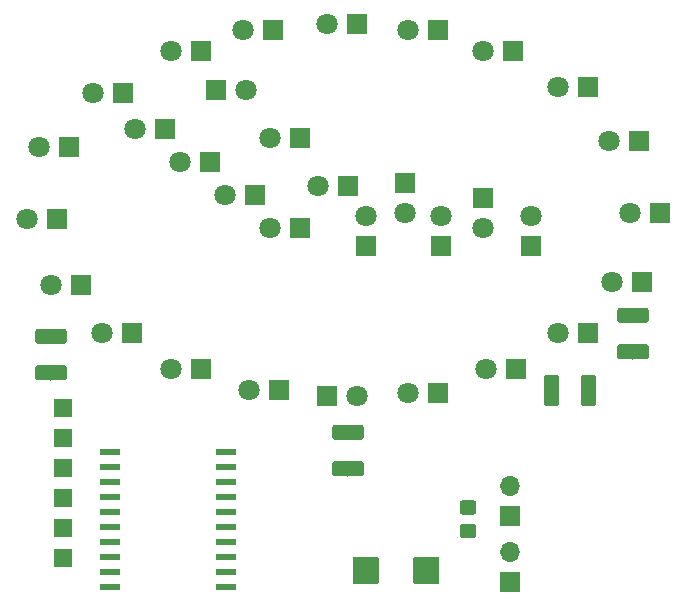
<source format=gts>
%TF.GenerationSoftware,KiCad,Pcbnew,(5.1.4)-1*%
%TF.CreationDate,2021-08-29T10:14:45+03:00*%
%TF.ProjectId,optiem,6f707469-656d-42e6-9b69-6361645f7063,rev?*%
%TF.SameCoordinates,Original*%
%TF.FileFunction,Soldermask,Top*%
%TF.FilePolarity,Negative*%
%FSLAX46Y46*%
G04 Gerber Fmt 4.6, Leading zero omitted, Abs format (unit mm)*
G04 Created by KiCad (PCBNEW (5.1.4)-1) date 2021-08-29 10:14:45*
%MOMM*%
%LPD*%
G04 APERTURE LIST*
%ADD10R,1.524000X1.524000*%
%ADD11C,0.150000*%
%ADD12C,2.250000*%
%ADD13C,1.800000*%
%ADD14R,1.800000X1.800000*%
%ADD15R,1.750000X0.600000*%
%ADD16O,1.700000X1.700000*%
%ADD17R,1.700000X1.700000*%
%ADD18C,1.200000*%
%ADD19C,1.300000*%
G04 APERTURE END LIST*
D10*
%TO.C,P1*%
X117348000Y-119126000D03*
X117348000Y-116586000D03*
X117348000Y-114046000D03*
X117348000Y-111506000D03*
X117348000Y-108966000D03*
X117348000Y-106426000D03*
%TD*%
D11*
%TO.C,C1*%
G36*
X148991505Y-118968204D02*
G01*
X149015773Y-118971804D01*
X149039572Y-118977765D01*
X149062671Y-118986030D01*
X149084850Y-118996520D01*
X149105893Y-119009132D01*
X149125599Y-119023747D01*
X149143777Y-119040223D01*
X149160253Y-119058401D01*
X149174868Y-119078107D01*
X149187480Y-119099150D01*
X149197970Y-119121329D01*
X149206235Y-119144428D01*
X149212196Y-119168227D01*
X149215796Y-119192495D01*
X149217000Y-119216999D01*
X149217000Y-121067001D01*
X149215796Y-121091505D01*
X149212196Y-121115773D01*
X149206235Y-121139572D01*
X149197970Y-121162671D01*
X149187480Y-121184850D01*
X149174868Y-121205893D01*
X149160253Y-121225599D01*
X149143777Y-121243777D01*
X149125599Y-121260253D01*
X149105893Y-121274868D01*
X149084850Y-121287480D01*
X149062671Y-121297970D01*
X149039572Y-121306235D01*
X149015773Y-121312196D01*
X148991505Y-121315796D01*
X148967001Y-121317000D01*
X147216999Y-121317000D01*
X147192495Y-121315796D01*
X147168227Y-121312196D01*
X147144428Y-121306235D01*
X147121329Y-121297970D01*
X147099150Y-121287480D01*
X147078107Y-121274868D01*
X147058401Y-121260253D01*
X147040223Y-121243777D01*
X147023747Y-121225599D01*
X147009132Y-121205893D01*
X146996520Y-121184850D01*
X146986030Y-121162671D01*
X146977765Y-121139572D01*
X146971804Y-121115773D01*
X146968204Y-121091505D01*
X146967000Y-121067001D01*
X146967000Y-119216999D01*
X146968204Y-119192495D01*
X146971804Y-119168227D01*
X146977765Y-119144428D01*
X146986030Y-119121329D01*
X146996520Y-119099150D01*
X147009132Y-119078107D01*
X147023747Y-119058401D01*
X147040223Y-119040223D01*
X147058401Y-119023747D01*
X147078107Y-119009132D01*
X147099150Y-118996520D01*
X147121329Y-118986030D01*
X147144428Y-118977765D01*
X147168227Y-118971804D01*
X147192495Y-118968204D01*
X147216999Y-118967000D01*
X148967001Y-118967000D01*
X148991505Y-118968204D01*
X148991505Y-118968204D01*
G37*
D12*
X148092000Y-120142000D03*
D11*
G36*
X143891505Y-118968204D02*
G01*
X143915773Y-118971804D01*
X143939572Y-118977765D01*
X143962671Y-118986030D01*
X143984850Y-118996520D01*
X144005893Y-119009132D01*
X144025599Y-119023747D01*
X144043777Y-119040223D01*
X144060253Y-119058401D01*
X144074868Y-119078107D01*
X144087480Y-119099150D01*
X144097970Y-119121329D01*
X144106235Y-119144428D01*
X144112196Y-119168227D01*
X144115796Y-119192495D01*
X144117000Y-119216999D01*
X144117000Y-121067001D01*
X144115796Y-121091505D01*
X144112196Y-121115773D01*
X144106235Y-121139572D01*
X144097970Y-121162671D01*
X144087480Y-121184850D01*
X144074868Y-121205893D01*
X144060253Y-121225599D01*
X144043777Y-121243777D01*
X144025599Y-121260253D01*
X144005893Y-121274868D01*
X143984850Y-121287480D01*
X143962671Y-121297970D01*
X143939572Y-121306235D01*
X143915773Y-121312196D01*
X143891505Y-121315796D01*
X143867001Y-121317000D01*
X142116999Y-121317000D01*
X142092495Y-121315796D01*
X142068227Y-121312196D01*
X142044428Y-121306235D01*
X142021329Y-121297970D01*
X141999150Y-121287480D01*
X141978107Y-121274868D01*
X141958401Y-121260253D01*
X141940223Y-121243777D01*
X141923747Y-121225599D01*
X141909132Y-121205893D01*
X141896520Y-121184850D01*
X141886030Y-121162671D01*
X141877765Y-121139572D01*
X141871804Y-121115773D01*
X141868204Y-121091505D01*
X141867000Y-121067001D01*
X141867000Y-119216999D01*
X141868204Y-119192495D01*
X141871804Y-119168227D01*
X141877765Y-119144428D01*
X141886030Y-119121329D01*
X141896520Y-119099150D01*
X141909132Y-119078107D01*
X141923747Y-119058401D01*
X141940223Y-119040223D01*
X141958401Y-119023747D01*
X141978107Y-119009132D01*
X141999150Y-118996520D01*
X142021329Y-118986030D01*
X142044428Y-118977765D01*
X142068227Y-118971804D01*
X142092495Y-118968204D01*
X142116999Y-118967000D01*
X143867001Y-118967000D01*
X143891505Y-118968204D01*
X143891505Y-118968204D01*
G37*
D12*
X142992000Y-120142000D03*
%TD*%
D13*
%TO.C,D17*%
X116332000Y-96012000D03*
D14*
X118872000Y-96012000D03*
%TD*%
D15*
%TO.C,IC1*%
X131113000Y-110109000D03*
X131113000Y-111379000D03*
X131113000Y-112649000D03*
X131113000Y-113919000D03*
X131113000Y-115189000D03*
X131113000Y-116459000D03*
X131113000Y-117729000D03*
X131113000Y-118999000D03*
X131113000Y-120269000D03*
X131113000Y-121539000D03*
X121363000Y-121539000D03*
X121363000Y-120269000D03*
X121363000Y-118999000D03*
X121363000Y-117729000D03*
X121363000Y-110109000D03*
X121363000Y-111379000D03*
X121363000Y-112649000D03*
X121363000Y-113919000D03*
X121363000Y-115189000D03*
X121363000Y-116459000D03*
%TD*%
D16*
%TO.C,P3*%
X155194000Y-118618000D03*
D17*
X155194000Y-121158000D03*
%TD*%
D14*
%TO.C,D29*%
X146304000Y-87376000D03*
D13*
X146304000Y-89916000D03*
%TD*%
D14*
%TO.C,D9*%
X166370000Y-95758000D03*
D13*
X163830000Y-95758000D03*
%TD*%
%TO.C,D11*%
X153162000Y-103124000D03*
D14*
X155702000Y-103124000D03*
%TD*%
%TO.C,D12*%
X149098000Y-105156000D03*
D13*
X146558000Y-105156000D03*
%TD*%
%TO.C,D13*%
X142240000Y-105410000D03*
D14*
X139700000Y-105410000D03*
%TD*%
D13*
%TO.C,D16*%
X120650000Y-100076000D03*
D14*
X123190000Y-100076000D03*
%TD*%
%TO.C,D7*%
X166116000Y-83820000D03*
D13*
X163576000Y-83820000D03*
%TD*%
%TO.C,D6*%
X159258000Y-79248000D03*
D14*
X161798000Y-79248000D03*
%TD*%
D13*
%TO.C,D1*%
X126492000Y-76200000D03*
D14*
X129032000Y-76200000D03*
%TD*%
%TO.C,D3*%
X142240000Y-73914000D03*
D13*
X139700000Y-73914000D03*
%TD*%
%TO.C,D4*%
X146558000Y-74422000D03*
D14*
X149098000Y-74422000D03*
%TD*%
%TO.C,D2*%
X135128000Y-74422000D03*
D13*
X132588000Y-74422000D03*
%TD*%
D14*
%TO.C,D5*%
X155448000Y-76200000D03*
D13*
X152908000Y-76200000D03*
%TD*%
D14*
%TO.C,D14*%
X135636000Y-104902000D03*
D13*
X133096000Y-104902000D03*
%TD*%
D17*
%TO.C,P2*%
X155194000Y-115570000D03*
D16*
X155194000Y-113030000D03*
%TD*%
D11*
%TO.C,F1*%
G36*
X152112505Y-116209204D02*
G01*
X152136773Y-116212804D01*
X152160572Y-116218765D01*
X152183671Y-116227030D01*
X152205850Y-116237520D01*
X152226893Y-116250132D01*
X152246599Y-116264747D01*
X152264777Y-116281223D01*
X152281253Y-116299401D01*
X152295868Y-116319107D01*
X152308480Y-116340150D01*
X152318970Y-116362329D01*
X152327235Y-116385428D01*
X152333196Y-116409227D01*
X152336796Y-116433495D01*
X152338000Y-116457999D01*
X152338000Y-117158001D01*
X152336796Y-117182505D01*
X152333196Y-117206773D01*
X152327235Y-117230572D01*
X152318970Y-117253671D01*
X152308480Y-117275850D01*
X152295868Y-117296893D01*
X152281253Y-117316599D01*
X152264777Y-117334777D01*
X152246599Y-117351253D01*
X152226893Y-117365868D01*
X152205850Y-117378480D01*
X152183671Y-117388970D01*
X152160572Y-117397235D01*
X152136773Y-117403196D01*
X152112505Y-117406796D01*
X152088001Y-117408000D01*
X151187999Y-117408000D01*
X151163495Y-117406796D01*
X151139227Y-117403196D01*
X151115428Y-117397235D01*
X151092329Y-117388970D01*
X151070150Y-117378480D01*
X151049107Y-117365868D01*
X151029401Y-117351253D01*
X151011223Y-117334777D01*
X150994747Y-117316599D01*
X150980132Y-117296893D01*
X150967520Y-117275850D01*
X150957030Y-117253671D01*
X150948765Y-117230572D01*
X150942804Y-117206773D01*
X150939204Y-117182505D01*
X150938000Y-117158001D01*
X150938000Y-116457999D01*
X150939204Y-116433495D01*
X150942804Y-116409227D01*
X150948765Y-116385428D01*
X150957030Y-116362329D01*
X150967520Y-116340150D01*
X150980132Y-116319107D01*
X150994747Y-116299401D01*
X151011223Y-116281223D01*
X151029401Y-116264747D01*
X151049107Y-116250132D01*
X151070150Y-116237520D01*
X151092329Y-116227030D01*
X151115428Y-116218765D01*
X151139227Y-116212804D01*
X151163495Y-116209204D01*
X151187999Y-116208000D01*
X152088001Y-116208000D01*
X152112505Y-116209204D01*
X152112505Y-116209204D01*
G37*
D18*
X151638000Y-116808000D03*
D11*
G36*
X152112505Y-114209204D02*
G01*
X152136773Y-114212804D01*
X152160572Y-114218765D01*
X152183671Y-114227030D01*
X152205850Y-114237520D01*
X152226893Y-114250132D01*
X152246599Y-114264747D01*
X152264777Y-114281223D01*
X152281253Y-114299401D01*
X152295868Y-114319107D01*
X152308480Y-114340150D01*
X152318970Y-114362329D01*
X152327235Y-114385428D01*
X152333196Y-114409227D01*
X152336796Y-114433495D01*
X152338000Y-114457999D01*
X152338000Y-115158001D01*
X152336796Y-115182505D01*
X152333196Y-115206773D01*
X152327235Y-115230572D01*
X152318970Y-115253671D01*
X152308480Y-115275850D01*
X152295868Y-115296893D01*
X152281253Y-115316599D01*
X152264777Y-115334777D01*
X152246599Y-115351253D01*
X152226893Y-115365868D01*
X152205850Y-115378480D01*
X152183671Y-115388970D01*
X152160572Y-115397235D01*
X152136773Y-115403196D01*
X152112505Y-115406796D01*
X152088001Y-115408000D01*
X151187999Y-115408000D01*
X151163495Y-115406796D01*
X151139227Y-115403196D01*
X151115428Y-115397235D01*
X151092329Y-115388970D01*
X151070150Y-115378480D01*
X151049107Y-115365868D01*
X151029401Y-115351253D01*
X151011223Y-115334777D01*
X150994747Y-115316599D01*
X150980132Y-115296893D01*
X150967520Y-115275850D01*
X150957030Y-115253671D01*
X150948765Y-115230572D01*
X150942804Y-115206773D01*
X150939204Y-115182505D01*
X150938000Y-115158001D01*
X150938000Y-114457999D01*
X150939204Y-114433495D01*
X150942804Y-114409227D01*
X150948765Y-114385428D01*
X150957030Y-114362329D01*
X150967520Y-114340150D01*
X150980132Y-114319107D01*
X150994747Y-114299401D01*
X151011223Y-114281223D01*
X151029401Y-114264747D01*
X151049107Y-114250132D01*
X151070150Y-114237520D01*
X151092329Y-114227030D01*
X151115428Y-114218765D01*
X151139227Y-114212804D01*
X151163495Y-114209204D01*
X151187999Y-114208000D01*
X152088001Y-114208000D01*
X152112505Y-114209204D01*
X152112505Y-114209204D01*
G37*
D18*
X151638000Y-114808000D03*
%TD*%
D11*
%TO.C,R1*%
G36*
X159148504Y-103578204D02*
G01*
X159172773Y-103581804D01*
X159196571Y-103587765D01*
X159219671Y-103596030D01*
X159241849Y-103606520D01*
X159262893Y-103619133D01*
X159282598Y-103633747D01*
X159300777Y-103650223D01*
X159317253Y-103668402D01*
X159331867Y-103688107D01*
X159344480Y-103709151D01*
X159354970Y-103731329D01*
X159363235Y-103754429D01*
X159369196Y-103778227D01*
X159372796Y-103802496D01*
X159374000Y-103827000D01*
X159374000Y-105977000D01*
X159372796Y-106001504D01*
X159369196Y-106025773D01*
X159363235Y-106049571D01*
X159354970Y-106072671D01*
X159344480Y-106094849D01*
X159331867Y-106115893D01*
X159317253Y-106135598D01*
X159300777Y-106153777D01*
X159282598Y-106170253D01*
X159262893Y-106184867D01*
X159241849Y-106197480D01*
X159219671Y-106207970D01*
X159196571Y-106216235D01*
X159172773Y-106222196D01*
X159148504Y-106225796D01*
X159124000Y-106227000D01*
X158324000Y-106227000D01*
X158299496Y-106225796D01*
X158275227Y-106222196D01*
X158251429Y-106216235D01*
X158228329Y-106207970D01*
X158206151Y-106197480D01*
X158185107Y-106184867D01*
X158165402Y-106170253D01*
X158147223Y-106153777D01*
X158130747Y-106135598D01*
X158116133Y-106115893D01*
X158103520Y-106094849D01*
X158093030Y-106072671D01*
X158084765Y-106049571D01*
X158078804Y-106025773D01*
X158075204Y-106001504D01*
X158074000Y-105977000D01*
X158074000Y-103827000D01*
X158075204Y-103802496D01*
X158078804Y-103778227D01*
X158084765Y-103754429D01*
X158093030Y-103731329D01*
X158103520Y-103709151D01*
X158116133Y-103688107D01*
X158130747Y-103668402D01*
X158147223Y-103650223D01*
X158165402Y-103633747D01*
X158185107Y-103619133D01*
X158206151Y-103606520D01*
X158228329Y-103596030D01*
X158251429Y-103587765D01*
X158275227Y-103581804D01*
X158299496Y-103578204D01*
X158324000Y-103577000D01*
X159124000Y-103577000D01*
X159148504Y-103578204D01*
X159148504Y-103578204D01*
G37*
D19*
X158724000Y-104902000D03*
D11*
G36*
X162248504Y-103578204D02*
G01*
X162272773Y-103581804D01*
X162296571Y-103587765D01*
X162319671Y-103596030D01*
X162341849Y-103606520D01*
X162362893Y-103619133D01*
X162382598Y-103633747D01*
X162400777Y-103650223D01*
X162417253Y-103668402D01*
X162431867Y-103688107D01*
X162444480Y-103709151D01*
X162454970Y-103731329D01*
X162463235Y-103754429D01*
X162469196Y-103778227D01*
X162472796Y-103802496D01*
X162474000Y-103827000D01*
X162474000Y-105977000D01*
X162472796Y-106001504D01*
X162469196Y-106025773D01*
X162463235Y-106049571D01*
X162454970Y-106072671D01*
X162444480Y-106094849D01*
X162431867Y-106115893D01*
X162417253Y-106135598D01*
X162400777Y-106153777D01*
X162382598Y-106170253D01*
X162362893Y-106184867D01*
X162341849Y-106197480D01*
X162319671Y-106207970D01*
X162296571Y-106216235D01*
X162272773Y-106222196D01*
X162248504Y-106225796D01*
X162224000Y-106227000D01*
X161424000Y-106227000D01*
X161399496Y-106225796D01*
X161375227Y-106222196D01*
X161351429Y-106216235D01*
X161328329Y-106207970D01*
X161306151Y-106197480D01*
X161285107Y-106184867D01*
X161265402Y-106170253D01*
X161247223Y-106153777D01*
X161230747Y-106135598D01*
X161216133Y-106115893D01*
X161203520Y-106094849D01*
X161193030Y-106072671D01*
X161184765Y-106049571D01*
X161178804Y-106025773D01*
X161175204Y-106001504D01*
X161174000Y-105977000D01*
X161174000Y-103827000D01*
X161175204Y-103802496D01*
X161178804Y-103778227D01*
X161184765Y-103754429D01*
X161193030Y-103731329D01*
X161203520Y-103709151D01*
X161216133Y-103688107D01*
X161230747Y-103668402D01*
X161247223Y-103650223D01*
X161265402Y-103633747D01*
X161285107Y-103619133D01*
X161306151Y-103606520D01*
X161328329Y-103596030D01*
X161351429Y-103587765D01*
X161375227Y-103581804D01*
X161399496Y-103578204D01*
X161424000Y-103577000D01*
X162224000Y-103577000D01*
X162248504Y-103578204D01*
X162248504Y-103578204D01*
G37*
D19*
X161824000Y-104902000D03*
%TD*%
D11*
%TO.C,R2*%
G36*
X142577504Y-107783204D02*
G01*
X142601773Y-107786804D01*
X142625571Y-107792765D01*
X142648671Y-107801030D01*
X142670849Y-107811520D01*
X142691893Y-107824133D01*
X142711598Y-107838747D01*
X142729777Y-107855223D01*
X142746253Y-107873402D01*
X142760867Y-107893107D01*
X142773480Y-107914151D01*
X142783970Y-107936329D01*
X142792235Y-107959429D01*
X142798196Y-107983227D01*
X142801796Y-108007496D01*
X142803000Y-108032000D01*
X142803000Y-108832000D01*
X142801796Y-108856504D01*
X142798196Y-108880773D01*
X142792235Y-108904571D01*
X142783970Y-108927671D01*
X142773480Y-108949849D01*
X142760867Y-108970893D01*
X142746253Y-108990598D01*
X142729777Y-109008777D01*
X142711598Y-109025253D01*
X142691893Y-109039867D01*
X142670849Y-109052480D01*
X142648671Y-109062970D01*
X142625571Y-109071235D01*
X142601773Y-109077196D01*
X142577504Y-109080796D01*
X142553000Y-109082000D01*
X140403000Y-109082000D01*
X140378496Y-109080796D01*
X140354227Y-109077196D01*
X140330429Y-109071235D01*
X140307329Y-109062970D01*
X140285151Y-109052480D01*
X140264107Y-109039867D01*
X140244402Y-109025253D01*
X140226223Y-109008777D01*
X140209747Y-108990598D01*
X140195133Y-108970893D01*
X140182520Y-108949849D01*
X140172030Y-108927671D01*
X140163765Y-108904571D01*
X140157804Y-108880773D01*
X140154204Y-108856504D01*
X140153000Y-108832000D01*
X140153000Y-108032000D01*
X140154204Y-108007496D01*
X140157804Y-107983227D01*
X140163765Y-107959429D01*
X140172030Y-107936329D01*
X140182520Y-107914151D01*
X140195133Y-107893107D01*
X140209747Y-107873402D01*
X140226223Y-107855223D01*
X140244402Y-107838747D01*
X140264107Y-107824133D01*
X140285151Y-107811520D01*
X140307329Y-107801030D01*
X140330429Y-107792765D01*
X140354227Y-107786804D01*
X140378496Y-107783204D01*
X140403000Y-107782000D01*
X142553000Y-107782000D01*
X142577504Y-107783204D01*
X142577504Y-107783204D01*
G37*
D19*
X141478000Y-108432000D03*
D11*
G36*
X142577504Y-110883204D02*
G01*
X142601773Y-110886804D01*
X142625571Y-110892765D01*
X142648671Y-110901030D01*
X142670849Y-110911520D01*
X142691893Y-110924133D01*
X142711598Y-110938747D01*
X142729777Y-110955223D01*
X142746253Y-110973402D01*
X142760867Y-110993107D01*
X142773480Y-111014151D01*
X142783970Y-111036329D01*
X142792235Y-111059429D01*
X142798196Y-111083227D01*
X142801796Y-111107496D01*
X142803000Y-111132000D01*
X142803000Y-111932000D01*
X142801796Y-111956504D01*
X142798196Y-111980773D01*
X142792235Y-112004571D01*
X142783970Y-112027671D01*
X142773480Y-112049849D01*
X142760867Y-112070893D01*
X142746253Y-112090598D01*
X142729777Y-112108777D01*
X142711598Y-112125253D01*
X142691893Y-112139867D01*
X142670849Y-112152480D01*
X142648671Y-112162970D01*
X142625571Y-112171235D01*
X142601773Y-112177196D01*
X142577504Y-112180796D01*
X142553000Y-112182000D01*
X140403000Y-112182000D01*
X140378496Y-112180796D01*
X140354227Y-112177196D01*
X140330429Y-112171235D01*
X140307329Y-112162970D01*
X140285151Y-112152480D01*
X140264107Y-112139867D01*
X140244402Y-112125253D01*
X140226223Y-112108777D01*
X140209747Y-112090598D01*
X140195133Y-112070893D01*
X140182520Y-112049849D01*
X140172030Y-112027671D01*
X140163765Y-112004571D01*
X140157804Y-111980773D01*
X140154204Y-111956504D01*
X140153000Y-111932000D01*
X140153000Y-111132000D01*
X140154204Y-111107496D01*
X140157804Y-111083227D01*
X140163765Y-111059429D01*
X140172030Y-111036329D01*
X140182520Y-111014151D01*
X140195133Y-110993107D01*
X140209747Y-110973402D01*
X140226223Y-110955223D01*
X140244402Y-110938747D01*
X140264107Y-110924133D01*
X140285151Y-110911520D01*
X140307329Y-110901030D01*
X140330429Y-110892765D01*
X140354227Y-110886804D01*
X140378496Y-110883204D01*
X140403000Y-110882000D01*
X142553000Y-110882000D01*
X142577504Y-110883204D01*
X142577504Y-110883204D01*
G37*
D19*
X141478000Y-111532000D03*
%TD*%
D11*
%TO.C,R3*%
G36*
X117431504Y-102755204D02*
G01*
X117455773Y-102758804D01*
X117479571Y-102764765D01*
X117502671Y-102773030D01*
X117524849Y-102783520D01*
X117545893Y-102796133D01*
X117565598Y-102810747D01*
X117583777Y-102827223D01*
X117600253Y-102845402D01*
X117614867Y-102865107D01*
X117627480Y-102886151D01*
X117637970Y-102908329D01*
X117646235Y-102931429D01*
X117652196Y-102955227D01*
X117655796Y-102979496D01*
X117657000Y-103004000D01*
X117657000Y-103804000D01*
X117655796Y-103828504D01*
X117652196Y-103852773D01*
X117646235Y-103876571D01*
X117637970Y-103899671D01*
X117627480Y-103921849D01*
X117614867Y-103942893D01*
X117600253Y-103962598D01*
X117583777Y-103980777D01*
X117565598Y-103997253D01*
X117545893Y-104011867D01*
X117524849Y-104024480D01*
X117502671Y-104034970D01*
X117479571Y-104043235D01*
X117455773Y-104049196D01*
X117431504Y-104052796D01*
X117407000Y-104054000D01*
X115257000Y-104054000D01*
X115232496Y-104052796D01*
X115208227Y-104049196D01*
X115184429Y-104043235D01*
X115161329Y-104034970D01*
X115139151Y-104024480D01*
X115118107Y-104011867D01*
X115098402Y-103997253D01*
X115080223Y-103980777D01*
X115063747Y-103962598D01*
X115049133Y-103942893D01*
X115036520Y-103921849D01*
X115026030Y-103899671D01*
X115017765Y-103876571D01*
X115011804Y-103852773D01*
X115008204Y-103828504D01*
X115007000Y-103804000D01*
X115007000Y-103004000D01*
X115008204Y-102979496D01*
X115011804Y-102955227D01*
X115017765Y-102931429D01*
X115026030Y-102908329D01*
X115036520Y-102886151D01*
X115049133Y-102865107D01*
X115063747Y-102845402D01*
X115080223Y-102827223D01*
X115098402Y-102810747D01*
X115118107Y-102796133D01*
X115139151Y-102783520D01*
X115161329Y-102773030D01*
X115184429Y-102764765D01*
X115208227Y-102758804D01*
X115232496Y-102755204D01*
X115257000Y-102754000D01*
X117407000Y-102754000D01*
X117431504Y-102755204D01*
X117431504Y-102755204D01*
G37*
D19*
X116332000Y-103404000D03*
D11*
G36*
X117431504Y-99655204D02*
G01*
X117455773Y-99658804D01*
X117479571Y-99664765D01*
X117502671Y-99673030D01*
X117524849Y-99683520D01*
X117545893Y-99696133D01*
X117565598Y-99710747D01*
X117583777Y-99727223D01*
X117600253Y-99745402D01*
X117614867Y-99765107D01*
X117627480Y-99786151D01*
X117637970Y-99808329D01*
X117646235Y-99831429D01*
X117652196Y-99855227D01*
X117655796Y-99879496D01*
X117657000Y-99904000D01*
X117657000Y-100704000D01*
X117655796Y-100728504D01*
X117652196Y-100752773D01*
X117646235Y-100776571D01*
X117637970Y-100799671D01*
X117627480Y-100821849D01*
X117614867Y-100842893D01*
X117600253Y-100862598D01*
X117583777Y-100880777D01*
X117565598Y-100897253D01*
X117545893Y-100911867D01*
X117524849Y-100924480D01*
X117502671Y-100934970D01*
X117479571Y-100943235D01*
X117455773Y-100949196D01*
X117431504Y-100952796D01*
X117407000Y-100954000D01*
X115257000Y-100954000D01*
X115232496Y-100952796D01*
X115208227Y-100949196D01*
X115184429Y-100943235D01*
X115161329Y-100934970D01*
X115139151Y-100924480D01*
X115118107Y-100911867D01*
X115098402Y-100897253D01*
X115080223Y-100880777D01*
X115063747Y-100862598D01*
X115049133Y-100842893D01*
X115036520Y-100821849D01*
X115026030Y-100799671D01*
X115017765Y-100776571D01*
X115011804Y-100752773D01*
X115008204Y-100728504D01*
X115007000Y-100704000D01*
X115007000Y-99904000D01*
X115008204Y-99879496D01*
X115011804Y-99855227D01*
X115017765Y-99831429D01*
X115026030Y-99808329D01*
X115036520Y-99786151D01*
X115049133Y-99765107D01*
X115063747Y-99745402D01*
X115080223Y-99727223D01*
X115098402Y-99710747D01*
X115118107Y-99696133D01*
X115139151Y-99683520D01*
X115161329Y-99673030D01*
X115184429Y-99664765D01*
X115208227Y-99658804D01*
X115232496Y-99655204D01*
X115257000Y-99654000D01*
X117407000Y-99654000D01*
X117431504Y-99655204D01*
X117431504Y-99655204D01*
G37*
D19*
X116332000Y-100304000D03*
%TD*%
D11*
%TO.C,R4*%
G36*
X166707504Y-97877204D02*
G01*
X166731773Y-97880804D01*
X166755571Y-97886765D01*
X166778671Y-97895030D01*
X166800849Y-97905520D01*
X166821893Y-97918133D01*
X166841598Y-97932747D01*
X166859777Y-97949223D01*
X166876253Y-97967402D01*
X166890867Y-97987107D01*
X166903480Y-98008151D01*
X166913970Y-98030329D01*
X166922235Y-98053429D01*
X166928196Y-98077227D01*
X166931796Y-98101496D01*
X166933000Y-98126000D01*
X166933000Y-98926000D01*
X166931796Y-98950504D01*
X166928196Y-98974773D01*
X166922235Y-98998571D01*
X166913970Y-99021671D01*
X166903480Y-99043849D01*
X166890867Y-99064893D01*
X166876253Y-99084598D01*
X166859777Y-99102777D01*
X166841598Y-99119253D01*
X166821893Y-99133867D01*
X166800849Y-99146480D01*
X166778671Y-99156970D01*
X166755571Y-99165235D01*
X166731773Y-99171196D01*
X166707504Y-99174796D01*
X166683000Y-99176000D01*
X164533000Y-99176000D01*
X164508496Y-99174796D01*
X164484227Y-99171196D01*
X164460429Y-99165235D01*
X164437329Y-99156970D01*
X164415151Y-99146480D01*
X164394107Y-99133867D01*
X164374402Y-99119253D01*
X164356223Y-99102777D01*
X164339747Y-99084598D01*
X164325133Y-99064893D01*
X164312520Y-99043849D01*
X164302030Y-99021671D01*
X164293765Y-98998571D01*
X164287804Y-98974773D01*
X164284204Y-98950504D01*
X164283000Y-98926000D01*
X164283000Y-98126000D01*
X164284204Y-98101496D01*
X164287804Y-98077227D01*
X164293765Y-98053429D01*
X164302030Y-98030329D01*
X164312520Y-98008151D01*
X164325133Y-97987107D01*
X164339747Y-97967402D01*
X164356223Y-97949223D01*
X164374402Y-97932747D01*
X164394107Y-97918133D01*
X164415151Y-97905520D01*
X164437329Y-97895030D01*
X164460429Y-97886765D01*
X164484227Y-97880804D01*
X164508496Y-97877204D01*
X164533000Y-97876000D01*
X166683000Y-97876000D01*
X166707504Y-97877204D01*
X166707504Y-97877204D01*
G37*
D19*
X165608000Y-98526000D03*
D11*
G36*
X166707504Y-100977204D02*
G01*
X166731773Y-100980804D01*
X166755571Y-100986765D01*
X166778671Y-100995030D01*
X166800849Y-101005520D01*
X166821893Y-101018133D01*
X166841598Y-101032747D01*
X166859777Y-101049223D01*
X166876253Y-101067402D01*
X166890867Y-101087107D01*
X166903480Y-101108151D01*
X166913970Y-101130329D01*
X166922235Y-101153429D01*
X166928196Y-101177227D01*
X166931796Y-101201496D01*
X166933000Y-101226000D01*
X166933000Y-102026000D01*
X166931796Y-102050504D01*
X166928196Y-102074773D01*
X166922235Y-102098571D01*
X166913970Y-102121671D01*
X166903480Y-102143849D01*
X166890867Y-102164893D01*
X166876253Y-102184598D01*
X166859777Y-102202777D01*
X166841598Y-102219253D01*
X166821893Y-102233867D01*
X166800849Y-102246480D01*
X166778671Y-102256970D01*
X166755571Y-102265235D01*
X166731773Y-102271196D01*
X166707504Y-102274796D01*
X166683000Y-102276000D01*
X164533000Y-102276000D01*
X164508496Y-102274796D01*
X164484227Y-102271196D01*
X164460429Y-102265235D01*
X164437329Y-102256970D01*
X164415151Y-102246480D01*
X164394107Y-102233867D01*
X164374402Y-102219253D01*
X164356223Y-102202777D01*
X164339747Y-102184598D01*
X164325133Y-102164893D01*
X164312520Y-102143849D01*
X164302030Y-102121671D01*
X164293765Y-102098571D01*
X164287804Y-102074773D01*
X164284204Y-102050504D01*
X164283000Y-102026000D01*
X164283000Y-101226000D01*
X164284204Y-101201496D01*
X164287804Y-101177227D01*
X164293765Y-101153429D01*
X164302030Y-101130329D01*
X164312520Y-101108151D01*
X164325133Y-101087107D01*
X164339747Y-101067402D01*
X164356223Y-101049223D01*
X164374402Y-101032747D01*
X164394107Y-101018133D01*
X164415151Y-101005520D01*
X164437329Y-100995030D01*
X164460429Y-100986765D01*
X164484227Y-100980804D01*
X164508496Y-100977204D01*
X164533000Y-100976000D01*
X166683000Y-100976000D01*
X166707504Y-100977204D01*
X166707504Y-100977204D01*
G37*
D19*
X165608000Y-101626000D03*
%TD*%
D14*
%TO.C,D15*%
X129032000Y-103124000D03*
D13*
X126492000Y-103124000D03*
%TD*%
D14*
%TO.C,D18*%
X116840000Y-90424000D03*
D13*
X114300000Y-90424000D03*
%TD*%
D14*
%TO.C,D19*%
X117856000Y-84328000D03*
D13*
X115316000Y-84328000D03*
%TD*%
D14*
%TO.C,D20*%
X122428000Y-79756000D03*
D13*
X119888000Y-79756000D03*
%TD*%
%TO.C,D21*%
X123444000Y-82804000D03*
D14*
X125984000Y-82804000D03*
%TD*%
D13*
%TO.C,D22*%
X127254000Y-85598000D03*
D14*
X129794000Y-85598000D03*
%TD*%
%TO.C,D23*%
X133604000Y-88392000D03*
D13*
X131064000Y-88392000D03*
%TD*%
%TO.C,D24*%
X134874000Y-91186000D03*
D14*
X137414000Y-91186000D03*
%TD*%
D13*
%TO.C,D25*%
X143002000Y-90170000D03*
D14*
X143002000Y-92710000D03*
%TD*%
%TO.C,D26*%
X149352000Y-92710000D03*
D13*
X149352000Y-90170000D03*
%TD*%
D14*
%TO.C,D27*%
X156972000Y-92710000D03*
D13*
X156972000Y-90170000D03*
%TD*%
%TO.C,D30*%
X138938000Y-87630000D03*
D14*
X141478000Y-87630000D03*
%TD*%
%TO.C,D31*%
X137414000Y-83566000D03*
D13*
X134874000Y-83566000D03*
%TD*%
%TO.C,D8*%
X165354000Y-89916000D03*
D14*
X167894000Y-89916000D03*
%TD*%
%TO.C,D10*%
X161798000Y-100076000D03*
D13*
X159258000Y-100076000D03*
%TD*%
D14*
%TO.C,D28*%
X152908000Y-88646000D03*
D13*
X152908000Y-91186000D03*
%TD*%
D14*
%TO.C,D32*%
X130302000Y-79502000D03*
D13*
X132842000Y-79502000D03*
%TD*%
M02*

</source>
